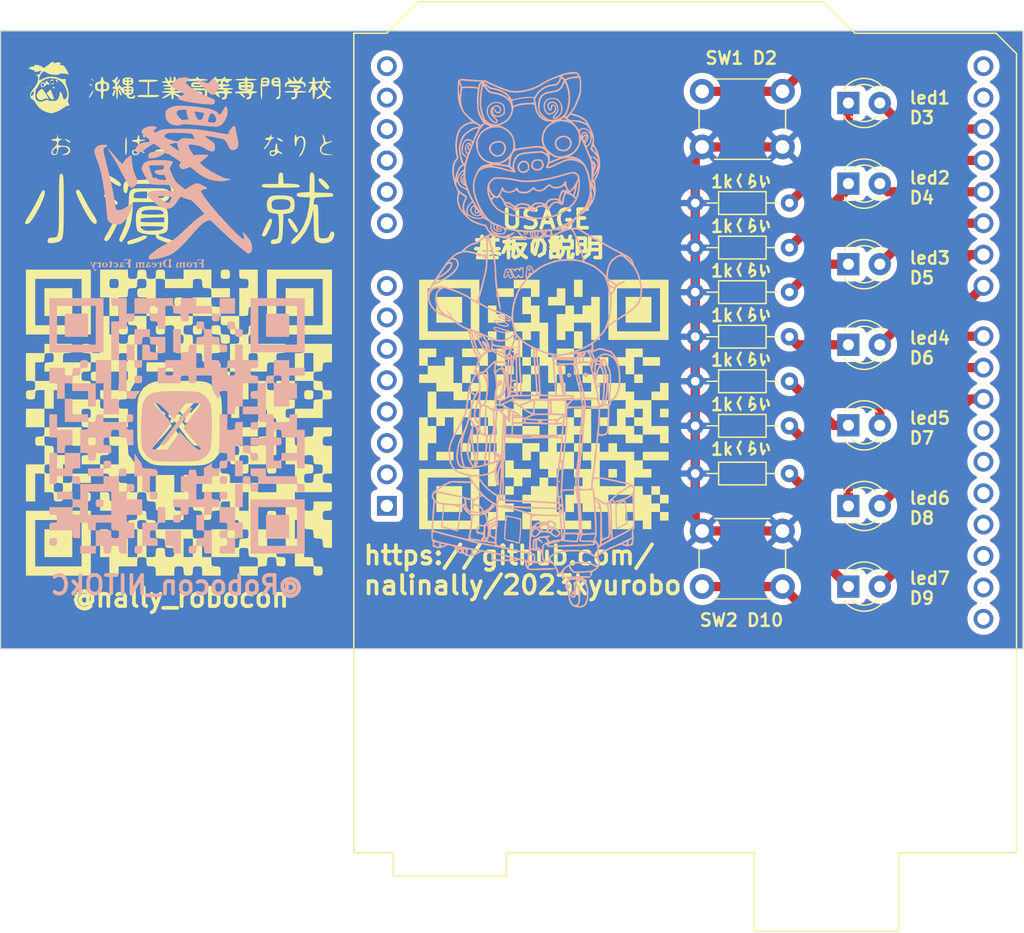
<source format=kicad_pcb>
(kicad_pcb (version 20221018) (generator pcbnew)
  (layers (0 "F.Cu" signal) (31 "B.Cu" signal) (34 "B.Paste" user) (35 "F.Paste" user) (36 "B.SilkS" user "B.Silkscreen") (37 "F.SilkS" user "F.Silkscreen") (38 "B.Mask" user) (39 "F.Mask" user) (44 "Edge.Cuts" user))
  (net 0 "")
  (net 9 "sw1")
  (net 10 "sw2")
  (net 16 "led1")
  (net 17 "led2")
  (net 18 "led3")
  (net 19 "led4")
  (net 20 "led5")
  (net 21 "led6")
  (net 22 "led7")
  (net 29 "Net-(D1-K)")
  (net 30 "Net-(D2-K)")
  (net 31 "Net-(D3-K)")
  (net 32 "Net-(D4-K)")
  (net 33 "Net-(D5-K)")
  (net 34 "Net-(D6-K)")
  (net 35 "Net-(D7-K)")
  (net 36 "GND")
  (footprint "Resistor_THT:R_Axial_DIN0204_L3.6mm_D1.6mm_P7.62mm_Horizontal" (layer "F.Cu") (at 198.426 72.354164 180)
    (fp_text reference "R1" hide)
    (fp_text value "R")
    (pad "1" thru_hole circle (at 0 0 180) (size 1.4 1.4) (drill 0.7) (layers "*.Cu" "*.Mask") (net 29 "Net-(D1-K)"))
    (pad "2" thru_hole oval (at 7.62 0 180) (size 1.4 1.4) (drill 0.7) (layers "*.Cu" "*.Mask") (net 36 "GND"))
  )
  (footprint "Resistor_THT:R_Axial_DIN0204_L3.6mm_D1.6mm_P7.62mm_Horizontal" (layer "F.Cu") (at 198.426 90.375694 180)
    (fp_text reference "R6" hide)
    (fp_text value "R" hide)
    (pad "1" thru_hole circle (at 0 0 180) (size 1.4 1.4) (drill 0.7) (layers "*.Cu" "*.Mask") (net 34 "Net-(D6-K)"))
    (pad "2" thru_hole oval (at 7.62 0 180) (size 1.4 1.4) (drill 0.7) (layers "*.Cu" "*.Mask") (net 36 "GND"))
  )
  (footprint "LED_THT:LED_D3.0mm" (layer "F.Cu") (at 203.195 77.300666)
    (fp_text reference "D3" hide)
    (fp_text value "LED")
    (pad "1" thru_hole rect (at 0 0) (size 1.8 1.8) (drill 0.9) (layers "*.Cu" "*.Mask") (net 31 "Net-(D3-K)"))
    (pad "2" thru_hole circle (at 2.54 0) (size 1.8 1.8) (drill 0.9) (layers "*.Cu" "*.Mask") (net 18 "led3"))
  )
  (footprint "Meishi:2023kyurobo_repository" (layer "F.Cu") (at 178.562 88.646)
    (fp_text reference "G***" hide)
    (fp_text value "LOGO" hide)
  )
  (footprint "Button_Switch_THT:SW_PUSH_6mm_H7.3mm" (layer "F.Cu") (at 197.866 103.378 180)
    (fp_text reference "SW1" hide)
    (fp_text value "SW_DIP_x01")
    (pad "1" thru_hole circle (at 0 0 270) (size 2 2) (drill 1.1) (layers "*.Cu" "*.Mask") (net 10 "sw2"))
    (pad "1" thru_hole circle (at 6.5 0 270) (size 2 2) (drill 1.1) (layers "*.Cu" "*.Mask") (net 10 "sw2"))
    (pad "2" thru_hole circle (at 0 4.5 270) (size 2 2) (drill 1.1) (layers "*.Cu" "*.Mask") (net 36 "GND"))
    (pad "2" thru_hole circle (at 6.5 4.5 270) (size 2 2) (drill 1.1) (layers "*.Cu" "*.Mask") (net 36 "GND"))
  )
  (footprint "LED_THT:LED_D3.0mm" (layer "F.Cu") (at 203.195 103.378)
    (fp_text reference "D7" hide)
    (fp_text value "LED")
    (pad "1" thru_hole rect (at 0 0) (size 1.8 1.8) (drill 0.9) (layers "*.Cu" "*.Mask") (net 35 "Net-(D7-K)"))
    (pad "2" thru_hole circle (at 2.54 0) (size 1.8 1.8) (drill 0.9) (layers "*.Cu" "*.Mask") (net 22 "led7"))
  )
  (footprint "LED_THT:LED_D3.0mm" (layer "F.Cu") (at 203.195 96.858665)
    (fp_text reference "D6" hide)
    (fp_text value "LED")
    (pad "1" thru_hole rect (at 0 0) (size 1.8 1.8) (drill 0.9) (layers "*.Cu" "*.Mask") (net 34 "Net-(D6-K)"))
    (pad "2" thru_hole circle (at 2.54 0) (size 1.8 1.8) (drill 0.9) (layers "*.Cu" "*.Mask") (net 21 "led6"))
  )
  (footprint "LED_THT:LED_D3.0mm" (layer "F.Cu") (at 203.195 90.339332)
    (fp_text reference "D5" hide)
    (fp_text value "LED")
    (pad "1" thru_hole rect (at 0 0) (size 1.8 1.8) (drill 0.9) (layers "*.Cu" "*.Mask") (net 33 "Net-(D5-K)"))
    (pad "2" thru_hole circle (at 2.54 0) (size 1.8 1.8) (drill 0.9) (layers "*.Cu" "*.Mask") (net 20 "led5"))
  )
  (footprint "Resistor_THT:R_Axial_DIN0204_L3.6mm_D1.6mm_P7.62mm_Horizontal" (layer "F.Cu") (at 198.426 83.167082 180)
    (fp_text reference "R4" hide)
    (fp_text value "R")
    (pad "1" thru_hole circle (at 0 0 180) (size 1.4 1.4) (drill 0.7) (layers "*.Cu" "*.Mask") (net 32 "Net-(D4-K)"))
    (pad "2" thru_hole oval (at 7.62 0 180) (size 1.4 1.4) (drill 0.7) (layers "*.Cu" "*.Mask") (net 36 "GND"))
  )
  (footprint "Meishi:NITOC" (layer "F.Cu") (at 149.352 62.992)
    (fp_text reference "G***" hide)
    (fp_text value "LOGO" hide)
  )
  (footprint "Resistor_THT:R_Axial_DIN0204_L3.6mm_D1.6mm_P7.62mm_Horizontal" (layer "F.Cu") (at 198.426 79.562776 180)
    (fp_text reference "R3" hide)
    (fp_text value "R")
    (pad "1" thru_hole circle (at 0 0 180) (size 1.4 1.4) (drill 0.7) (layers "*.Cu" "*.Mask") (net 31 "Net-(D3-K)"))
    (pad "2" thru_hole oval (at 7.62 0 180) (size 1.4 1.4) (drill 0.7) (layers "*.Cu" "*.Mask") (net 36 "GND"))
  )
  (footprint "Module:Arduino_UNO_R3" (layer "F.Cu") (at 165.862 96.846 90)
    (fp_text reference "A1" hide)
    (fp_text value "Arduino_UNO_R3" hide)
    (pad "1" thru_hole rect (at 0 0 180) (size 1.6 1.6) (drill 1) (layers "*.Cu" "*.Mask"))
    (pad "2" thru_hole oval (at 2.54 0 180) (size 1.6 1.6) (drill 1) (layers "*.Cu" "*.Mask"))
    (pad "3" thru_hole oval (at 5.08 0 180) (size 1.6 1.6) (drill 1) (layers "*.Cu" "*.Mask"))
    (pad "4" thru_hole oval (at 7.62 0 180) (size 1.6 1.6) (drill 1) (layers "*.Cu" "*.Mask"))
    (pad "5" thru_hole oval (at 10.16 0 180) (size 1.6 1.6) (drill 1) (layers "*.Cu" "*.Mask"))
    (pad "6" thru_hole oval (at 12.7 0 180) (size 1.6 1.6) (drill 1) (layers "*.Cu" "*.Mask"))
    (pad "7" thru_hole oval (at 15.24 0 180) (size 1.6 1.6) (drill 1) (layers "*.Cu" "*.Mask"))
    (pad "8" thru_hole oval (at 17.78 0 180) (size 1.6 1.6) (drill 1) (layers "*.Cu" "*.Mask"))
    (pad "9" thru_hole oval (at 22.86 0 180) (size 1.6 1.6) (drill 1) (layers "*.Cu" "*.Mask"))
    (pad "10" thru_hole oval (at 25.4 0 180) (size 1.6 1.6) (drill 1) (layers "*.Cu" "*.Mask"))
    (pad "11" thru_hole oval (at 27.94 0 180) (size 1.6 1.6) (drill 1) (layers "*.Cu" "*.Mask"))
    (pad "12" thru_hole oval (at 30.48 0 180) (size 1.6 1.6) (drill 1) (layers "*.Cu" "*.Mask"))
    (pad "13" thru_hole oval (at 33.02 0 180) (size 1.6 1.6) (drill 1) (layers "*.Cu" "*.Mask"))
    (pad "14" thru_hole oval (at 35.56 0 180) (size 1.6 1.6) (drill 1) (layers "*.Cu" "*.Mask"))
    (pad "15" thru_hole oval (at 35.56 48.26 180) (size 1.6 1.6) (drill 1) (layers "*.Cu" "*.Mask"))
    (pad "16" thru_hole oval (at 33.02 48.26 180) (size 1.6 1.6) (drill 1) (layers "*.Cu" "*.Mask"))
    (pad "17" thru_hole oval (at 30.48 48.26 180) (size 1.6 1.6) (drill 1) (layers "*.Cu" "*.Mask") (net 9 "sw1"))
    (pad "18" thru_hole oval (at 27.94 48.26 180) (size 1.6 1.6) (drill 1) (layers "*.Cu" "*.Mask") (net 16 "led1"))
    (pad "19" thru_hole oval (at 25.4 48.26 180) (size 1.6 1.6) (drill 1) (layers "*.Cu" "*.Mask") (net 17 "led2"))
    (pad "20" thru_hole oval (at 22.86 48.26 180) (size 1.6 1.6) (drill 1) (layers "*.Cu" "*.Mask") (net 18 "led3"))
    (pad "21" thru_hole oval (at 20.32 48.26 180) (size 1.6 1.6) (drill 1) (layers "*.Cu" "*.Mask") (net 19 "led4"))
    (pad "22" thru_hole oval (at 17.78 48.26 180) (size 1.6 1.6) (drill 1) (layers "*.Cu" "*.Mask") (net 20 "led5"))
    (pad "23" thru_hole oval (at 13.72 48.26 180) (size 1.6 1.6) (drill 1) (layers "*.Cu" "*.Mask") (net 21 "led6"))
    (pad "24" thru_hole oval (at 11.18 48.26 180) (size 1.6 1.6) (drill 1) (layers "*.Cu" "*.Mask") (net 22 "led7"))
    (pad "25" thru_hole oval (at 8.64 48.26 180) (size 1.6 1.6) (drill 1) (layers "*.Cu" "*.Mask") (net 10 "sw2"))
    (pad "26" thru_hole oval (at 6.1 48.26 180) (size 1.6 1.6) (drill 1) (layers "*.Cu" "*.Mask"))
    (pad "27" thru_hole oval (at 3.56 48.26 180) (size 1.6 1.6) (drill 1) (layers "*.Cu" "*.Mask"))
    (pad "28" thru_hole oval (at 1.02 48.26 180) (size 1.6 1.6) (drill 1) (layers "*.Cu" "*.Mask"))
    (pad "29" thru_hole oval (at -1.52 48.26 180) (size 1.6 1.6) (drill 1) (layers "*.Cu" "*.Mask"))
    (pad "30" thru_hole oval (at -4.06 48.26 180) (size 1.6 1.6) (drill 1) (layers "*.Cu" "*.Mask"))
    (pad "31" thru_hole oval (at -6.6 48.26 180) (size 1.6 1.6) (drill 1) (layers "*.Cu" "*.Mask"))
    (pad "32" thru_hole oval (at -9.14 48.26 180) (size 1.6 1.6) (drill 1) (layers "*.Cu" "*.Mask"))
  )
  (footprint "Resistor_THT:R_Axial_DIN0204_L3.6mm_D1.6mm_P7.62mm_Horizontal" (layer "F.Cu") (at 198.426 86.771388 180)
    (fp_text reference "R5" hide)
    (fp_text value "R")
    (pad "1" thru_hole circle (at 0 0 180) (size 1.4 1.4) (drill 0.7) (layers "*.Cu" "*.Mask") (net 33 "Net-(D5-K)"))
    (pad "2" thru_hole oval (at 7.62 0 180) (size 1.4 1.4) (drill 0.7) (layers "*.Cu" "*.Mask") (net 36 "GND"))
  )
  (footprint "Meishi:obamanarito" (layer "F.Cu") (at 149.098 72.898)
    (fp_text reference "G***" hide)
    (fp_text value "LOGO" hide)
  )
  (footprint "Resistor_THT:R_Axial_DIN0204_L3.6mm_D1.6mm_P7.62mm_Horizontal" (layer "F.Cu") (at 198.426 94.234 180)
    (fp_text reference "R7" hide)
    (fp_text value "R")
    (pad "1" thru_hole circle (at 0 0 180) (size 1.4 1.4) (drill 0.7) (layers "*.Cu" "*.Mask") (net 35 "Net-(D7-K)"))
    (pad "2" thru_hole oval (at 7.62 0 180) (size 1.4 1.4) (drill 0.7) (layers "*.Cu" "*.Mask") (net 36 "GND"))
  )
  (footprint "LED_THT:LED_D3.0mm" (layer "F.Cu") (at 203.195 64.262)
    (fp_text reference "D1" hide)
    (fp_text value "LED")
    (pad "1" thru_hole rect (at 0 0) (size 1.8 1.8) (drill 0.9) (layers "*.Cu" "*.Mask") (net 29 "Net-(D1-K)"))
    (pad "2" thru_hole circle (at 2.54 0) (size 1.8 1.8) (drill 0.9) (layers "*.Cu" "*.Mask") (net 16 "led1"))
  )
  (footprint "Button_Switch_THT:SW_PUSH_6mm_H7.3mm" (layer "F.Cu") (at 191.366 63.318)
    (fp_text reference "SW2" hide)
    (fp_text value "SW_DIP_x01" hide)
    (pad "1" thru_hole circle (at 0 0 90) (size 2 2) (drill 1.1) (layers "*.Cu" "*.Mask") (net 9 "sw1"))
    (pad "1" thru_hole circle (at 6.5 0 90) (size 2 2) (drill 1.1) (layers "*.Cu" "*.Mask") (net 9 "sw1"))
    (pad "2" thru_hole circle (at 0 4.5 90) (size 2 2) (drill 1.1) (layers "*.Cu" "*.Mask") (net 36 "GND"))
    (pad "2" thru_hole circle (at 6.5 4.5 90) (size 2 2) (drill 1.1) (layers "*.Cu" "*.Mask") (net 36 "GND"))
  )
  (footprint "LED_THT:LED_D3.0mm" (layer "F.Cu") (at 203.195 83.819999)
    (fp_text reference "D4" hide)
    (fp_text value "LED")
    (pad "1" thru_hole rect (at 0 0) (size 1.8 1.8) (drill 0.9) (layers "*.Cu" "*.Mask") (net 32 "Net-(D4-K)"))
    (pad "2" thru_hole circle (at 2.54 0) (size 1.8 1.8) (drill 0.9) (layers "*.Cu" "*.Mask") (net 19 "led4"))
  )
  (footprint "Meishi:nally_robocon_30mm" (layer "F.Cu") (at 149.098 90.17)
    (fp_text reference "G***" (at 0 0) (layer "F.SilkS") (effects (font (size 1.5 1.5) (thickness 0.3))))
    (fp_text value "LOGO" hide)
  )
  (footprint "Resistor_THT:R_Axial_DIN0204_L3.6mm_D1.6mm_P7.62mm_Horizontal" (layer "F.Cu") (at 198.426 75.95847 180)
    (fp_text reference "R2" hide)
    (fp_text value "R")
    (pad "1" thru_hole circle (at 0 0 180) (size 1.4 1.4) (drill 0.7) (layers "*.Cu" "*.Mask") (net 30 "Net-(D2-K)"))
    (pad "2" thru_hole oval (at 7.62 0 180) (size 1.4 1.4) (drill 0.7) (layers "*.Cu" "*.Mask") (net 36 "GND"))
  )
  (footprint "LED_THT:LED_D3.0mm" (layer "F.Cu") (at 203.195 70.781333)
    (fp_text reference "D2" hide)
    (fp_text value "LED")
    (pad "1" thru_hole rect (at 0 0) (size 1.8 1.8) (drill 0.9) (layers "*.Cu" "*.Mask") (net 30 "Net-(D2-K)"))
    (pad "2" thru_hole circle (at 2.54 0) (size 1.8 1.8) (drill 0.9) (layers "*.Cu" "*.Mask") (net 17 "led2"))
  )
  (footprint "musojin:30mm" (layer "B.Cu") (at 149.86 70.358 180)
    (fp_text reference "G***" hide)
    (fp_text value "LOGO" hide)
  )
  (footprint "Meishi:shi-sa-kun_50mm" (layer "B.Cu") (at 178.054 82.804 180)
    (fp_text reference "G***" hide)
    (fp_text value "LOGO" hide)
  )
  (footprint "Meishi:Robocon_NITOkC_25mm" (layer "B.Cu") (at 148.844 90.424 180)
    (fp_text reference "G***" hide)
    (fp_text value "LOGO" hide)
  )
  (gr_rect (start 134.62 58.42) (end 217.32 108.42) (stroke (width 0.1)) (fill none) (layer "Edge.Cuts"))
  (gr_text "@Robocon_NITOkC" (at 159.258 104.14) (layer "B.SilkS") (effects (font (size 1.5 1.5) (thickness 0.3) bold) (justify left bottom mirror)))
  (gr_text "1kくらい" (at 191.963619 78.424623) (layer "F.SilkS") (effects (font (size 1 1) (thickness 0.2) bold) (justify left bottom)))
  (gr_text "led4\nD6" (at 208.026 85.471) (layer "F.SilkS") (effects (font (size 1 1) (thickness 0.2) bold) (justify left bottom)))
  (gr_text "1kくらい" (at 191.963619 74.820317) (layer "F.SilkS") (effects (font (size 1 1) (thickness 0.2) bold) (justify left bottom)))
  (gr_text "1kくらい" (at 191.963619 85.633235) (layer "F.SilkS") (effects (font (size 1 1) (thickness 0.2) bold) (justify left bottom)))
  (gr_text "1kくらい" (at 191.963619 82.028929) (layer "F.SilkS") (effects (font (size 1 1) (thickness 0.2) bold) (justify left bottom)))
  (gr_text "led5\nD7" (at 208.026 91.948) (layer "F.SilkS") (effects (font (size 1 1) (thickness 0.2) bold) (justify left bottom)))
  (gr_text "1kくらい" (at 191.963619 71.216011) (layer "F.SilkS") (effects (font (size 1 1) (thickness 0.2) bold) (justify left bottom)))
  (gr_text "  USAGE\n基板の説明\n" (at 172.72 76.962) (layer "F.SilkS") (effects (font (size 1.5 1.5) (thickness 0.3) bold) (justify left bottom)))
  (gr_text "SW2 D10" (at 191.058857 106.68) (layer "F.SilkS") (effects (font (size 1 1) (thickness 0.2) bold) (justify left bottom)))
  (gr_text "1kくらい" (at 191.963619 92.841847) (layer "F.SilkS") (effects (font (size 1 1) (thickness 0.2) bold) (justify left bottom)))
  (gr_text "https://github.com/\nnalinally/2023kyurobo" (at 163.83 104.14) (layer "F.SilkS") (effects (font (size 1.5 1.5) (thickness 0.3) bold) (justify left bottom)))
  (gr_text "SW1 D2" (at 191.516 61.214) (layer "F.SilkS") (effects (font (size 1 1) (thickness 0.2) bold) (justify left bottom)))
  (gr_text "led2\nD4" (at 208.026 72.517) (layer "F.SilkS") (effects (font (size 1 1) (thickness 0.2) bold) (justify left bottom)))
  (gr_text "@nally_robocon" (at 140.208 105.156) (layer "F.SilkS") (effects (font (size 1.5 1.5) (thickness 0.3) bold) (justify left bottom)))
  (gr_text "led1\nD3" (at 208.026 66.04) (layer "F.SilkS") (effects (font (size 1 1) (thickness 0.2) bold) (justify left bottom)))
  (gr_text "led6\nD8" (at 208.026 98.425) (layer "F.SilkS") (effects (font (size 1 1) (thickness 0.2) bold) (justify left bottom)))
  (gr_text "led3\nD5" (at 208.026 78.994) (layer "F.SilkS") (effects (font (size 1 1) (thickness 0.2) bold) (justify left bottom)))
  (gr_text "led7\nD9\n" (at 208.026 104.902) (layer "F.SilkS") (effects (font (size 1 1) (thickness 0.2) bold) (justify left bottom)))
  (gr_text "1kくらい" (at 191.963619 89.237541) (layer "F.SilkS") (effects (font (size 1 1) (thickness 0.2) bold) (justify left bottom)))
  (segment (start 191.366 63.318) (end 197.866 63.318) (width 0.75) (layer "F.Cu") (net 9))
  (segment (start 205.994 60.452) (end 211.908 66.366) (width 0.75) (layer "F.Cu") (net 9))
  (segment (start 197.866 63.318) (end 200.732 60.452) (width 0.75) (layer "F.Cu") (net 9))
  (segment (start 200.732 60.452) (end 205.994 60.452) (width 0.75) (layer "F.Cu") (net 9))
  (segment (start 211.908 66.366) (end 214.122 66.366) (width 0.75) (layer "F.Cu") (net 9))
  (segment (start 207.264 106.426) (end 200.914 106.426) (width 0.75) (layer "F.Cu") (net 10))
  (segment (start 214.122 88.206) (end 213.038 88.206) (width 0.75) (layer "F.Cu") (net 10))
  (segment (start 213.038 88.206) (end 212.09 89.154) (width 0.75) (layer "F.Cu") (net 10))
  (segment (start 200.914 106.426) (end 197.866 103.378) (width 0.75) (layer "F.Cu") (net 10))
  (segment (start 191.366 103.378) (end 197.866 103.378) (width 0.75) (layer "F.Cu") (net 10))
  (segment (start 212.09 89.154) (end 212.09 101.6) (width 0.75) (layer "F.Cu") (net 10))
  (segment (start 212.09 101.6) (end 207.264 106.426) (width 0.75) (layer "F.Cu") (net 10))
  (segment (start 210.379 68.906) (end 205.735 64.262) (width 0.75) (layer "F.Cu") (net 16))
  (segment (start 214.122 68.906) (end 210.379 68.906) (width 0.75) (layer "F.Cu") (net 16))
  (segment (start 214.122 71.446) (end 206.399667 71.446) (width 0.75) (layer "F.Cu") (net 17))
  (segment (start 206.399667 71.446) (end 205.735 70.781333) (width 0.75) (layer "F.Cu") (net 17))
  (segment (start 209.049666 73.986) (end 205.735 77.300666) (width 0.75) (layer "F.Cu") (net 18))
  (segment (start 214.122 73.986) (end 209.049666 73.986) (width 0.75) (layer "F.Cu") (net 18))
  (segment (start 213.028999 76.526) (end 205.735 83.819999) (width 0.75) (layer "F.Cu") (net 19))
  (segment (start 214.122 76.526) (end 213.028999 76.526) (width 0.75) (layer "F.Cu") (net 19))
  (segment (start 205.735 87.453) (end 205.735 90.339332) (width 0.75) (layer "F.Cu") (net 20))
  (segment (start 214.122 79.066) (end 205.735 87.453) (width 0.75) (layer "F.Cu") (net 20))
  (segment (start 214.122 83.126) (end 212.022 83.126) (width 0.75) (layer "F.Cu") (net 21))
  (segment (start 207.772 94.821665) (end 205.735 96.858665) (width 0.75) (layer "F.Cu") (net 21))
  (segment (start 212.022 83.126) (end 207.772 87.376) (width 0.75) (layer "F.Cu") (net 21))
  (segment (start 207.772 87.376) (end 207.772 94.821665) (width 0.75) (layer "F.Cu") (net 21))
  (segment (start 212.022 85.666) (end 209.804 87.884) (width 0.75) (layer "F.Cu") (net 22))
  (segment (start 214.122 85.666) (end 212.022 85.666) (width 0.75) (layer "F.Cu") (net 22))
  (segment (start 209.804 99.309) (end 205.735 103.378) (width 0.75) (layer "F.Cu") (net 22))
  (segment (start 209.804 87.884) (end 209.804 99.309) (width 0.75) (layer "F.Cu") (net 22))
  (segment (start 203.195 67.585164) (end 198.426 72.354164) (width 0.75) (layer "F.Cu") (net 29))
  (segment (start 203.195 64.262) (end 203.195 67.585164) (width 0.75) (layer "F.Cu") (net 29))
  (segment (start 203.195 71.18947) (end 198.426 75.95847) (width 0.75) (layer "F.Cu") (net 30))
  (segment (start 203.195 70.781333) (end 203.195 71.18947) (width 0.75) (layer "F.Cu") (net 30))
  (segment (start 203.195 77.300666) (end 200.68811 77.300666) (width 0.75) (layer "F.Cu") (net 31))
  (segment (start 200.68811 77.300666) (end 198.426 79.562776) (width 0.75) (layer "F.Cu") (net 31))
  (segment (start 199.078917 83.819999) (end 198.426 83.167082) (width 0.75) (layer "F.Cu") (net 32))
  (segment (start 203.195 83.819999) (end 199.078917 83.819999) (width 0.75) (layer "F.Cu") (net 32))
  (segment (start 203.195 90.339332) (end 201.993944 90.339332) (width 0.75) (layer "F.Cu") (net 33))
  (segment (start 201.993944 90.339332) (end 198.426 86.771388) (width 0.75) (layer "F.Cu") (net 33))
  (segment (start 203.195 96.858665) (end 203.195 95.144694) (width 0.75) (layer "F.Cu") (net 34))
  (segment (start 203.195 95.144694) (end 198.426 90.375694) (width 0.75) (layer "F.Cu") (net 34))
  (segment (start 201.42 101.603) (end 201.42 97.228) (width 0.75) (layer "F.Cu") (net 35))
  (segment (start 201.42 97.228) (end 198.426 94.234) (width 0.75) (layer "F.Cu") (net 35))
  (segment (start 203.195 103.378) (end 201.42 101.603) (width 0.75) (layer "F.Cu") (net 35))
  (segment (start 190.806 90.375694) (end 190.806 94.234) (width 0.75) (layer "F.Cu") (net 36))
  (segment (start 190.806 79.562776) (end 190.806 83.167082) (width 0.75) (layer "F.Cu") (net 36))
  (segment (start 190.806 72.354164) (end 190.806 75.95847) (width 0.75) (layer "F.Cu") (net 36))
  (segment (start 190.806 94.234) (end 190.806 98.318) (width 0.75) (layer "F.Cu") (net 36))
  (segment (start 190.806 68.378) (end 191.366 67.818) (width 0.75) (layer "F.Cu") (net 36))
  (segment (start 191.366 67.818) (end 197.866 67.818) (width 0.75) (layer "F.Cu") (net 36))
  (segment (start 190.806 75.95847) (end 190.806 79.562776) (width 0.75) (layer "F.Cu") (net 36))
  (segment (start 190.806 83.167082) (end 190.806 86.771388) (width 0.75) (layer "F.Cu") (net 36))
  (segment (start 190.806 72.354164) (end 190.806 68.378) (width 0.75) (layer "F.Cu") (net 36))
  (segment (start 191.366 98.878) (end 197.866 98.878) (width 0.75) (layer "F.Cu") (net 36))
  (segment (start 190.806 98.318) (end 191.366 98.878) (width 0.75) (layer "F.Cu") (net 36))
  (segment (start 190.806 86.771388) (end 190.806 90.375694) (width 0.75) (layer "F.Cu") (net 36))
  (zone (net 36) (net_name "GND") (layers "F&B.Cu") (connect_pads (clearance 0.5)) (min_thickness 0.25) (fill yes (thermal_gap 0.5) (thermal_bridge_width 0.5))
    (polygon (pts (xy 134.62 58.42) (xy 217.424 58.42) (xy 217.424 108.458) (xy 134.62 108.458)))
  )
)
</source>
